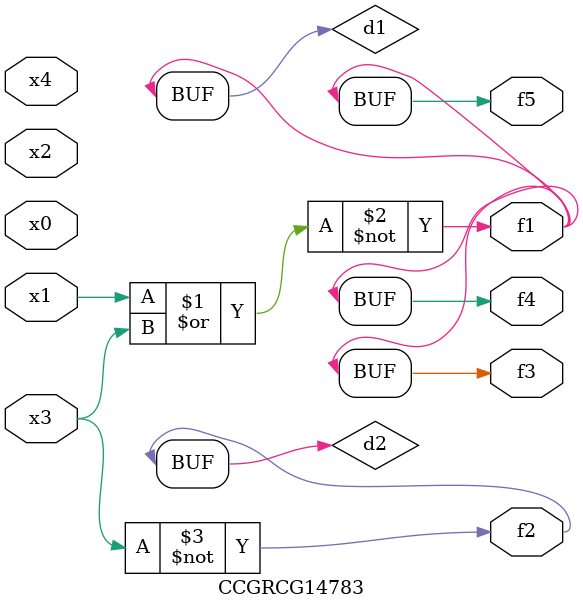
<source format=v>
module CCGRCG14783(
	input x0, x1, x2, x3, x4,
	output f1, f2, f3, f4, f5
);

	wire d1, d2;

	nor (d1, x1, x3);
	not (d2, x3);
	assign f1 = d1;
	assign f2 = d2;
	assign f3 = d1;
	assign f4 = d1;
	assign f5 = d1;
endmodule

</source>
